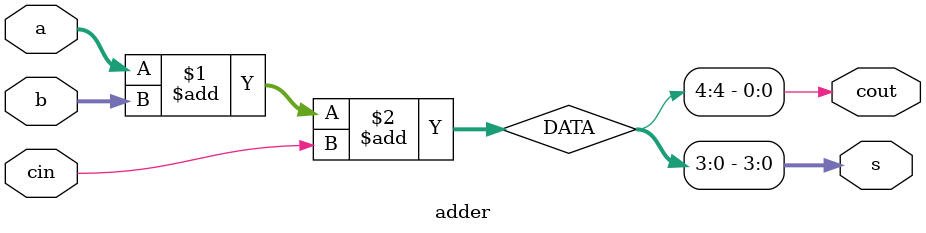
<source format=v>
module adder(a,b,cin,s,cout);
	input [3:0] a,b;
	input cin;
	output [3:0] s;
	output cout;
	wire [4:0] DATA;
	assign DATA = a+b+cin;
	assign cout = DATA[4];
	assign s = DATA[3:0];
endmodule
</source>
